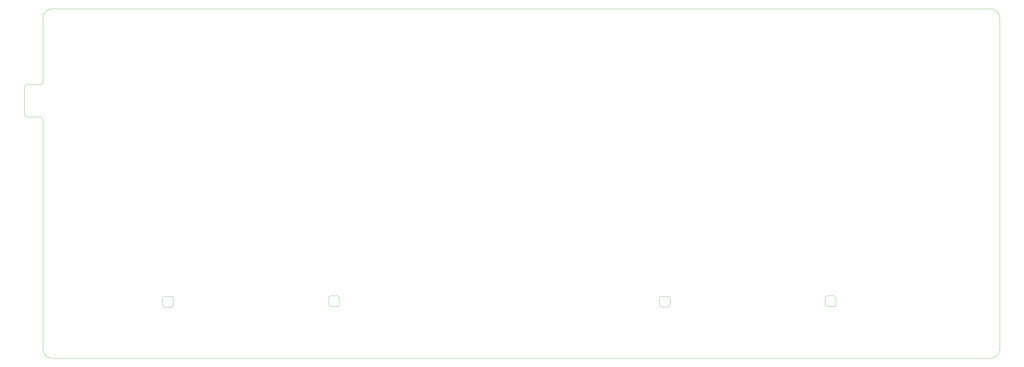
<source format=gm1>
G04 #@! TF.GenerationSoftware,KiCad,Pcbnew,(5.1.10)-1*
G04 #@! TF.CreationDate,2021-08-20T10:36:40-07:00*
G04 #@! TF.ProjectId,Orthonite87_PCB,4f727468-6f6e-4697-9465-38375f504342,rev?*
G04 #@! TF.SameCoordinates,Original*
G04 #@! TF.FileFunction,Profile,NP*
%FSLAX46Y46*%
G04 Gerber Fmt 4.6, Leading zero omitted, Abs format (unit mm)*
G04 Created by KiCad (PCBNEW (5.1.10)-1) date 2021-08-20 10:36:40*
%MOMM*%
%LPD*%
G01*
G04 APERTURE LIST*
G04 #@! TA.AperFunction,Profile*
%ADD10C,0.050000*%
G04 #@! TD*
G04 APERTURE END LIST*
D10*
X6350000Y-47625000D02*
G75*
G02*
X7143750Y-46831250I793750J0D01*
G01*
X7143750Y-57943750D02*
G75*
G02*
X6350000Y-57150000I0J793750D01*
G01*
X6350000Y-47625000D02*
X6350000Y-57150000D01*
X11112500Y-57943750D02*
X11906250Y-57943750D01*
X11112500Y-46831250D02*
X11906250Y-46831250D01*
X11906250Y-57943750D02*
G75*
G02*
X12700000Y-58737500I0J-793750D01*
G01*
X12700000Y-46037500D02*
G75*
G02*
X11906250Y-46831250I-793750J0D01*
G01*
X7143750Y-46831250D02*
X11112500Y-46831250D01*
X11112500Y-57943750D02*
X7143750Y-57943750D01*
X12700000Y-58737500D02*
X12700000Y-138112500D01*
X12700000Y-23812500D02*
X12700000Y-46037500D01*
X342900000Y-138112500D02*
G75*
G02*
X339725000Y-141287500I-3175000J0D01*
G01*
X15875000Y-141287500D02*
G75*
G02*
X12700000Y-138112500I0J3175000D01*
G01*
X12700000Y-23812500D02*
G75*
G02*
X15875000Y-20637500I3175000J0D01*
G01*
X339725000Y-20637500D02*
G75*
G02*
X342900000Y-23812500I0J-3175000D01*
G01*
X342900000Y-138112500D02*
X342900000Y-23812500D01*
X15875000Y-141287500D02*
X339725000Y-141287500D01*
X15875000Y-20637500D02*
X339725000Y-20637500D01*
X282643000Y-120603000D02*
X282643000Y-122503000D01*
X285443000Y-119703000D02*
X283543000Y-119703000D01*
X286343000Y-122503000D02*
X286343000Y-120603000D01*
X283543000Y-123403000D02*
X285443000Y-123403000D01*
X282643000Y-120603000D02*
G75*
G02*
X283543000Y-119703000I900000J0D01*
G01*
X283543000Y-123403000D02*
G75*
G02*
X282643000Y-122503000I0J900000D01*
G01*
X286343000Y-122503000D02*
G75*
G02*
X285443000Y-123403000I-900000J0D01*
G01*
X285443000Y-119703000D02*
G75*
G02*
X286343000Y-120603000I0J-900000D01*
G01*
X225532000Y-120818000D02*
X225532000Y-122718000D01*
X228332000Y-119918000D02*
X226432000Y-119918000D01*
X229232000Y-122718000D02*
X229232000Y-120818000D01*
X226432000Y-123618000D02*
X228332000Y-123618000D01*
X225532000Y-120818000D02*
G75*
G02*
X226432000Y-119918000I900000J0D01*
G01*
X226432000Y-123618000D02*
G75*
G02*
X225532000Y-122718000I0J900000D01*
G01*
X229232000Y-122718000D02*
G75*
G02*
X228332000Y-123618000I-900000J0D01*
G01*
X228332000Y-119918000D02*
G75*
G02*
X229232000Y-120818000I0J-900000D01*
G01*
X111321000Y-120603000D02*
X111321000Y-122503000D01*
X114121000Y-119703000D02*
X112221000Y-119703000D01*
X115021000Y-122503000D02*
X115021000Y-120603000D01*
X112221000Y-123403000D02*
X114121000Y-123403000D01*
X111321000Y-120603000D02*
G75*
G02*
X112221000Y-119703000I900000J0D01*
G01*
X112221000Y-123403000D02*
G75*
G02*
X111321000Y-122503000I0J900000D01*
G01*
X115021000Y-122503000D02*
G75*
G02*
X114121000Y-123403000I-900000J0D01*
G01*
X114121000Y-119703000D02*
G75*
G02*
X115021000Y-120603000I0J-900000D01*
G01*
X53980000Y-120856000D02*
X53980000Y-122756000D01*
X56780000Y-119956000D02*
X54880000Y-119956000D01*
X57680000Y-122756000D02*
X57680000Y-120856000D01*
X54880000Y-123656000D02*
X56780000Y-123656000D01*
X53980000Y-120856000D02*
G75*
G02*
X54880000Y-119956000I900000J0D01*
G01*
X54880000Y-123656000D02*
G75*
G02*
X53980000Y-122756000I0J900000D01*
G01*
X57680000Y-122756000D02*
G75*
G02*
X56780000Y-123656000I-900000J0D01*
G01*
X56780000Y-119956000D02*
G75*
G02*
X57680000Y-120856000I0J-900000D01*
G01*
M02*

</source>
